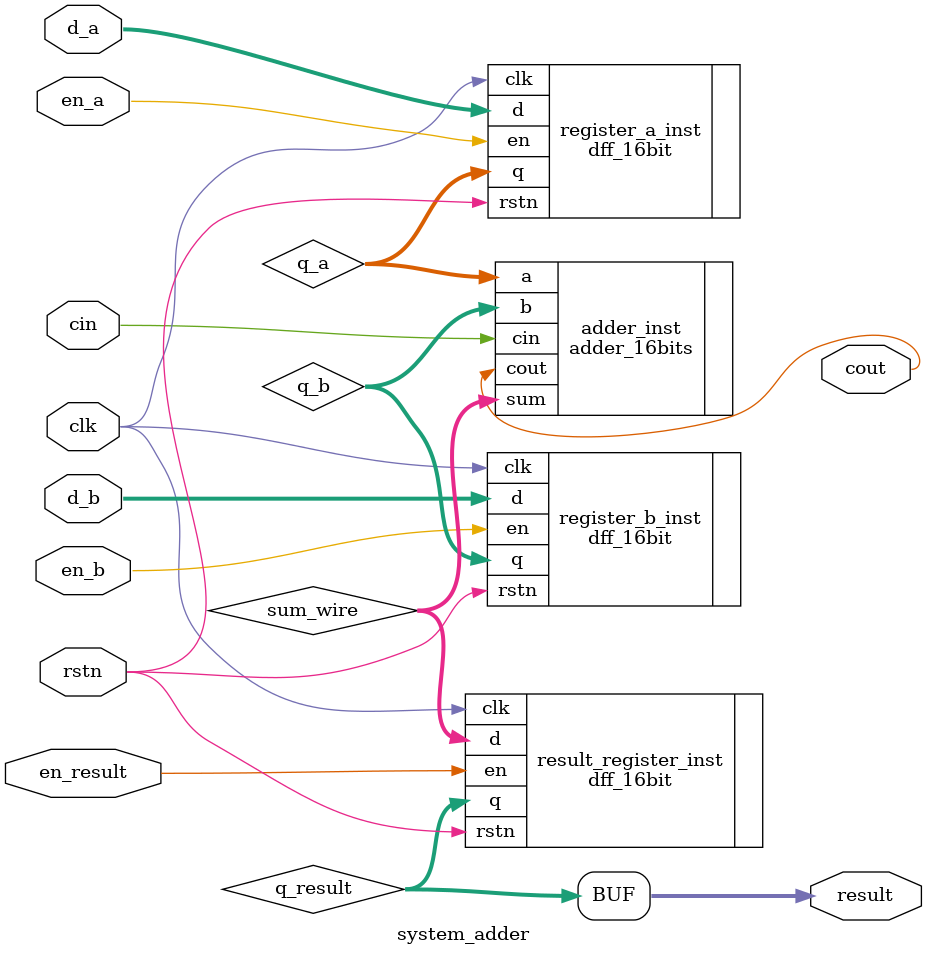
<source format=v>
module system_adder (
    // 寄存器输入端口
    input      [15:0] d_a,      // 操作数A输入
    input      [15:0] d_b,      // 操作数B输入
    input             clk,
    input             rstn,
    input             en_a,      // A寄存器使能
    input             en_b,      // B寄存器使能
    input             en_result, // 新增：结果寄存器使能
    
    // 加法器其他输入端口
    input             cin,
    
    // 系统输出端口
    output     [15:0] result,    // 改为：存储的结果输出
    output            cout
);
    
    // 内部连线
    wire [15:0] q_a;      // 寄存器A输出
    wire [15:0] q_b;      // 寄存器B输出
    wire [15:0] sum_wire; // 加法器直接输出
    wire [15:0] q_result; // 结果寄存器输出
    
    // 1. 实例化第一个16位寄存器（操作数A）
    dff_16bit register_a_inst (
        .d   (d_a),
        .clk (clk),
        .rstn(rstn),
        .en  (en_a),
        .q   (q_a)
    );
    
    // 2. 实例化第二个16位寄存器（操作数B）
    dff_16bit register_b_inst (
        .d   (d_b),
        .clk (clk),
        .rstn(rstn),
        .en  (en_b),
        .q   (q_b)
    );
    
    // 3. 实例化16位加法器
    adder_16bits adder_inst (
        .a   (q_a),
        .b   (q_b),
        .cin (cin),
        .sum (sum_wire),      // 连接到中间线
        .cout(cout)
    );
    
    // 4. 实例化第三个16位寄存器（存储结果）
    dff_16bit result_register_inst (
        .d   (sum_wire),      
        .clk (clk),
        .rstn(rstn),
        .en  (en_result),     
        .q   (q_result)       
    );

    assign result = q_result;
    
endmodule
</source>
